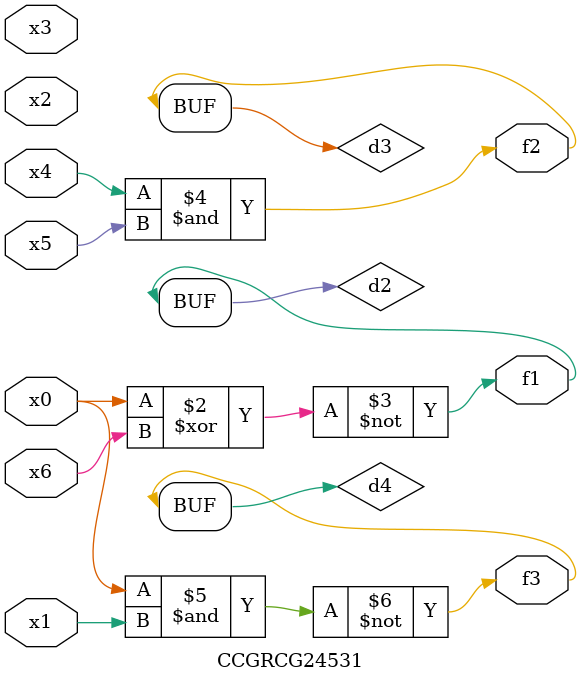
<source format=v>
module CCGRCG24531(
	input x0, x1, x2, x3, x4, x5, x6,
	output f1, f2, f3
);

	wire d1, d2, d3, d4;

	nor (d1, x0);
	xnor (d2, x0, x6);
	and (d3, x4, x5);
	nand (d4, x0, x1);
	assign f1 = d2;
	assign f2 = d3;
	assign f3 = d4;
endmodule

</source>
